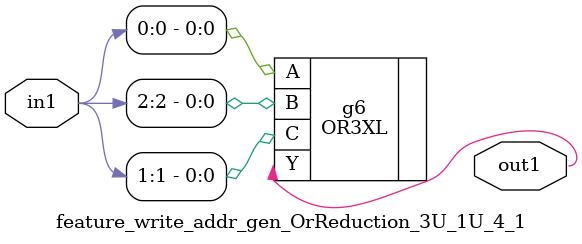
<source format=v>
`timescale 1ps / 1ps


module feature_write_addr_gen_OrReduction_3U_1U_4_1(in1, out1);
  input [2:0] in1;
  output out1;
  wire [2:0] in1;
  wire out1;
  OR3XL g6(.A (in1[0]), .B (in1[2]), .C (in1[1]), .Y (out1));
endmodule



</source>
